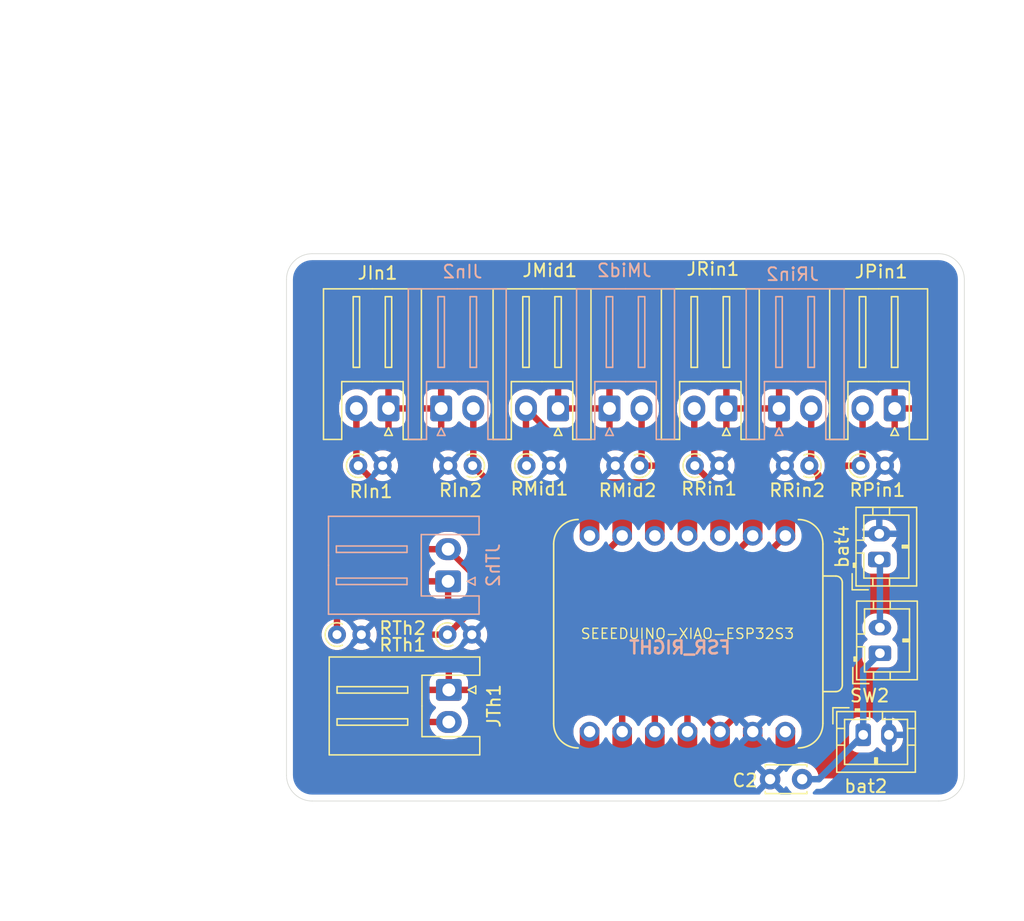
<source format=kicad_pcb>
(kicad_pcb (version 20241229) (generator "pcbnew") (generator_version "9.0")
  (layers (0 "F.Cu" signal) (2 "B.Cu" signal) (13 "F.Paste" user) (15 "B.Paste" user) (5 "F.SilkS" user "F.Silkscreen") (7 "B.SilkS" user "B.Silkscreen") (1 "F.Mask" user) (3 "B.Mask" user) (25 "Edge.Cuts" user))
  (net 0 "")
  (net 1 "+3.3V")
  (net 2 "GND")
  (net 5 "Net-(SW2A-A)")
  (net 6 "Net-(SW2A-B)")
  (net 7 "/In1")
  (net 8 "/In2")
  (net 9 "/Mid1")
  (net 10 "/Mid2")
  (net 11 "/Pin")
  (net 12 "/Rin1")
  (net 13 "/Rin2")
  (net 14 "/Th1")
  (net 15 "/Th2")
  (footprint "Connector_JST:JST_XH_S2B-XH-A_1x02_P2.50mm_Horizontal" (layer "F.Cu") (at 157.85 73.145 180)
    (property "Reference" "JMid1" (at 0.65 10.745 0) (layer "F.SilkS"))
    (property "Value" "Conn_01x02_Pin")
    (fp_line (start 5.06 9.31) (end 5.06 -2.41) (stroke (width 0.12)) (layer "F.SilkS"))
    (fp_line (start 5.06 -2.41) (end 3.64 -2.41) (stroke (width 0.12)) (layer "F.SilkS"))
    (fp_line (start 3.64 2.09) (end 1.25 2.09) (stroke (width 0.12)) (layer "F.SilkS"))
    (fp_line (start 3.64 -2.41) (end 3.64 2.09) (stroke (width 0.12)) (layer "F.SilkS"))
    (fp_line (start 2.75 8.7) (end 2.75 3.2) (stroke (width 0.12)) (layer "F.SilkS"))
    (fp_line (start 2.75 3.2) (end 2.25 3.2) (stroke (width 0.12)) (layer "F.SilkS"))
    (fp_line (start 2.25 8.7) (end 2.75 8.7) (stroke (width 0.12)) (layer "F.SilkS"))
    (fp_line (start 2.25 3.2) (end 2.25 8.7) (stroke (width 0.12)) (layer "F.SilkS"))
    (fp_line (start 1.25 9.31) (end 5.06 9.31) (stroke (width 0.12)) (layer "F.SilkS"))
    (fp_line (start 1.25 9.31) (end -2.56 9.31) (stroke (width 0.12)) (layer "F.SilkS"))
    (fp_line (start 0.3 -2.1) (end 0 -1.5) (stroke (width 0.12)) (layer "F.SilkS"))
    (fp_line (start 0.25 8.7) (end 0.25 3.2) (stroke (width 0.12)) (layer "F.SilkS"))
    (fp_line (start 0.25 3.2) (end -0.25 3.2) (stroke (width 0.12)) (layer "F.SilkS"))
    (fp_line (start 0 -1.5) (end -0.3 -2.1) (stroke (width 0.12)) (layer "F.SilkS"))
    (fp_line (start -0.25 8.7) (end 0.25 8.7) (stroke (width 0.12)) (layer "F.SilkS"))
    (fp_line (start -0.25 3.2) (end -0.25 8.7) (stroke (width 0.12)) (layer "F.SilkS"))
    (fp_line (start -0.3 -2.1) (end 0.3 -2.1) (stroke (width 0.12)) (layer "F.SilkS"))
    (fp_line (start -1.14 2.09) (end 1.25 2.09) (stroke (width 0.12)) (layer "F.SilkS"))
    (fp_line (start -1.14 -2.41) (end -1.14 2.09) (stroke (width 0.12)) (layer "F.SilkS"))
    (fp_line (start -2.56 9.31) (end -2.56 -2.41) (stroke (width 0.12)) (layer "F.SilkS"))
    (fp_line (start -2.56 -2.41) (end -1.14 -2.41) (stroke (width 0.12)) (layer "F.SilkS"))
    (pad "1" thru_hole roundrect (at 0 0 180) (size 1.7 2) (drill 1) (layers "*.Cu" "*.Mask") (roundrect_rratio 0.147059) (net 1 "+3.3V"))
    (pad "2" thru_hole oval (at 2.5 0 180) (size 1.7 2) (drill 1) (layers "*.Cu" "*.Mask") (net 9 "/Mid1"))
  )
  (footprint "Connector_JST:JST_XH_S2B-XH-A_1x02_P2.50mm_Horizontal" (layer "F.Cu") (at 170.95 73.145 180)
    (property "Reference" "JRin1" (at 1.05 10.845 0) (layer "F.SilkS"))
    (property "Value" "Conn_01x02_Pin")
    (fp_line (start 5.06 9.31) (end 5.06 -2.41) (stroke (width 0.12)) (layer "F.SilkS"))
    (fp_line (start 5.06 -2.41) (end 3.64 -2.41) (stroke (width 0.12)) (layer "F.SilkS"))
    (fp_line (start 3.64 2.09) (end 1.25 2.09) (stroke (width 0.12)) (layer "F.SilkS"))
    (fp_line (start 3.64 -2.41) (end 3.64 2.09) (stroke (width 0.12)) (layer "F.SilkS"))
    (fp_line (start 2.75 8.7) (end 2.75 3.2) (stroke (width 0.12)) (layer "F.SilkS"))
    (fp_line (start 2.75 3.2) (end 2.25 3.2) (stroke (width 0.12)) (layer "F.SilkS"))
    (fp_line (start 2.25 8.7) (end 2.75 8.7) (stroke (width 0.12)) (layer "F.SilkS"))
    (fp_line (start 2.25 3.2) (end 2.25 8.7) (stroke (width 0.12)) (layer "F.SilkS"))
    (fp_line (start 1.25 9.31) (end 5.06 9.31) (stroke (width 0.12)) (layer "F.SilkS"))
    (fp_line (start 1.25 9.31) (end -2.56 9.31) (stroke (width 0.12)) (layer "F.SilkS"))
    (fp_line (start 0.3 -2.1) (end 0 -1.5) (stroke (width 0.12)) (layer "F.SilkS"))
    (fp_line (start 0.25 8.7) (end 0.25 3.2) (stroke (width 0.12)) (layer "F.SilkS"))
    (fp_line (start 0.25 3.2) (end -0.25 3.2) (stroke (width 0.12)) (layer "F.SilkS"))
    (fp_line (start 0 -1.5) (end -0.3 -2.1) (stroke (width 0.12)) (layer "F.SilkS"))
    (fp_line (start -0.25 8.7) (end 0.25 8.7) (stroke (width 0.12)) (layer "F.SilkS"))
    (fp_line (start -0.25 3.2) (end -0.25 8.7) (stroke (width 0.12)) (layer "F.SilkS"))
    (fp_line (start -0.3 -2.1) (end 0.3 -2.1) (stroke (width 0.12)) (layer "F.SilkS"))
    (fp_line (start -1.14 2.09) (end 1.25 2.09) (stroke (width 0.12)) (layer "F.SilkS"))
    (fp_line (start -1.14 -2.41) (end -1.14 2.09) (stroke (width 0.12)) (layer "F.SilkS"))
    (fp_line (start -2.56 9.31) (end -2.56 -2.41) (stroke (width 0.12)) (layer "F.SilkS"))
    (fp_line (start -2.56 -2.41) (end -1.14 -2.41) (stroke (width 0.12)) (layer "F.SilkS"))
    (pad "1" thru_hole roundrect (at 0 0 180) (size 1.7 2) (drill 1) (layers "*.Cu" "*.Mask") (roundrect_rratio 0.147059) (net 1 "+3.3V"))
    (pad "2" thru_hole oval (at 2.5 0 180) (size 1.7 2) (drill 1) (layers "*.Cu" "*.Mask") (net 12 "/Rin1"))
  )
  (footprint "Resistor_THT:R_Axial_DIN0204_L3.6mm_D1.6mm_P1.90mm_Vertical" (layer "F.Cu") (at 164.205 77.6 180)
    (property "Reference" "RMid2" (at 0.95 -1.92 0) (layer "F.SilkS"))
    (property "Value" "100R")
    (fp_arc (start 0.417133 0.82) (mid -0.92 0) (end 0.417133 -0.82) (stroke (width 0.12)) (layer "F.SilkS"))
    (pad "1" thru_hole circle (at 0 0 180) (size 1.4 1.4) (drill 0.7) (layers "*.Cu" "*.Mask") (net 10 "/Mid2"))
    (pad "2" thru_hole circle (at 1.9 0 180) (size 1.4 1.4) (drill 0.7) (layers "*.Cu" "*.Mask") (net 2 "GND"))
  )
  (footprint "xiao ESP32S3_PCB:MOUDLE14P-DIP-2.54-21X17.8MM" (layer "F.Cu") (at 167.92 90.68 -90)
    (property "Reference" "U1" (hide yes))
    (property "Value" "SEEEDUINO-XIAO-ESP32S3" (at 0 0 0) (layer "F.SilkS") (effects (font (size 0.8 0.8) (thickness 0.1016))))
    (fp_line (start -6.985 10.414) (end 6.985 10.414) (stroke (width 0.127)) (layer "F.SilkS"))
    (fp_line (start -4.495 -10.541) (end -4.491272 -11.551272) (stroke (width 0.127)) (layer "F.SilkS"))
    (fp_line (start 6.985 -10.541) (end -6.985 -10.541) (stroke (width 0.1)) (layer "F.SilkS"))
    (fp_line (start 6.985 -10.541) (end -6.985 -10.541) (stroke (width 0.127)) (layer "F.SilkS"))
    (fp_line (start 4.504 -11.551) (end 4.504 -10.541) (stroke (width 0.127)) (layer "F.SilkS"))
    (fp_line (start -3.991272 -12.051) (end 4.004 -12.051) (stroke (width 0.127)) (layer "F.SilkS"))
    (fp_arc (start -6.985 10.414) (mid -8.332038 9.856038) (end -8.89 8.509) (stroke (width 0.127)) (layer "F.SilkS"))
    (fp_arc (start 8.89 8.509) (mid 8.332038 9.856038) (end 6.985 10.414) (stroke (width 0.127)) (layer "F.SilkS"))
    (fp_arc (start -8.89 -8.636) (mid -8.332038 -9.983038) (end -6.985 -10.541) (stroke (width 0.127)) (layer "F.SilkS"))
    (fp_arc (start 6.985 -10.541) (mid 8.332038 -9.983038) (end 8.89 -8.636) (stroke (width 0.127)) (layer "F.SilkS"))
    (fp_arc (start -4.491272 -11.551272) (mid -4.344724 -11.904644) (end -3.991272 -12.051) (stroke (width 0.127)) (layer "F.SilkS"))
    (fp_arc (start 4.004 -12.051) (mid 4.357553 -11.904553) (end 4.504 -11.551) (stroke (width 0.127)) (layer "F.SilkS"))
    (pad "1" smd roundrect (at -8.455 -7.62 90) (size 2.432 1.524) (layers "F.Cu" "F.Mask") (roundrect_rratio 0.1) (net 14 "/Th1"))
    (pad "1" thru_hole circle (at -7.62 -7.62 90) (size 1.524 1.524) (drill 0.889) (layers "*.Cu" "*.Mask") (net 14 "/Th1"))
    (pad "2" smd roundrect (at -8.455 -5.08 90) (size 2.432 1.524) (layers "F.Cu" "F.Mask") (roundrect_rratio 0.1) (net 15 "/Th2"))
    (pad "2" thru_hole circle (at -7.62 -5.08 90) (size 1.524 1.524) (drill 0.889) (layers "*.Cu" "*.Mask") (net 15 "/Th2"))
    (pad "3" smd roundrect (at -8.455 -2.54 90) (size 2.432 1.524) (layers "F.Cu" "F.Mask") (roundrect_rratio 0.1) (net 10 "/Mid2"))
    (pad "3" thru_hole circle (at -7.62 -2.54 90) (size 1.524 1.524) (drill 0.889) (layers "*.Cu" "*.Mask") (net 10 "/Mid2"))
    (pad "4" smd roundrect (at -8.455 0 90) (size 2.432 1.524) (layers "F.Cu" "F.Mask") (roundrect_rratio 0.1) (net 9 "/Mid1"))
    (pad "4" thru_hole circle (at -7.62 0 90) (size 1.524 1.524) (drill 0.889) (layers "*.Cu" "*.Mask") (net 9 "/Mid1"))
    (pad "5" smd roundrect (at -8.455 2.54 90) (size 2.432 1.524) (layers "F.Cu" "F.Mask") (roundrect_rratio 0.1) (net 8 "/In2"))
    (pad "5" thru_hole circle (at -7.62 2.54 90) (size 1.524 1.524) (drill 0.889) (layers "*.Cu" "*.Mask") (net 8 "/In2"))
    (pad "6" smd roundrect (at -8.455 5.08 90) (size 2.432 1.524) (layers "F.Cu" "F.Mask") (roundrect_rratio 0.1) (net 7 "/In1"))
    (pad "6" thru_hole circle (at -7.62 5.08 90) (size 1.524 1.524) (drill 0.889) (layers "*.Cu" "*.Mask") (net 7 "/In1"))
    (pad "7" smd roundrect (at -8.455 7.62 90) (size 2.432 1.524) (layers "F.Cu" "F.Mask") (roundrect_rratio 0.1))
    (pad "7" thru_hole circle (at -7.62 7.62 90) (size 1.524 1.524) (drill 0.889) (layers "*.Cu" "*.Mask"))
    (pad "8" thru_hole circle (at 7.62 7.62 270) (size 1.524 1.524) (drill 0.889) (layers "*.Cu" "*.Mask"))
    (pad "8" smd roundrect (at 8.455 7.62 270) (size 2.432 1.524) (layers "F.Cu" "F.Mask") (roundrect_rratio 0.1))
    (pad "9" thru_hole circle (at 7.62 5.08 270) (size 1.524 1.524) (drill 0.889) (layers "*.Cu" "*.Mask") (net 12 "/Rin1"))
    (pad "9" smd roundrect (at 8.455 5.08 270) (size 2.432 1.524) (layers "F.Cu" "F.Mask") (roundrect_rratio 0.1) (net 12 "/Rin1"))
    (pad "10" thru_hole circle (at 7.62 2.54 270) (size 1.524 1.524) (drill 0.889) (layers "*.Cu" "*.Mask") (net 13 "/Rin2"))
    (pad "10" smd roundrect (at 8.455 2.54 270) (size 2.432 1.524) (layers "F.Cu" "F.Mask") (roundrect_rratio 0.1) (net 13 "/Rin2"))
    (pad "11" thru_hole circle (at 7.62 0 270) (size 1.524 1.524) (drill 0.889) (layers "*.Cu" "*.Mask") (net 11 "/Pin"))
    (pad "11" smd roundrect (at 8.455 0 270) (size 2.432 1.524) (layers "F.Cu" "F.Mask") (roundrect_rratio 0.1) (net 11 "/Pin"))
    (pad "12" thru_hole circle (at 7.62 -2.54 270) (size 1.524 1.524) (drill 0.889) (layers "*.Cu" "*.Mask") (net 1 "+3.3V"))
    (pad "12" smd roundrect (at 8.455 -2.54 270) (size 2.432 1.524) (layers "F.Cu" "F.Mask") (roundrect_rratio 0.1) (net 1 "+3.3V"))
    (pad "13" thru_hole circle (at 7.62 -5.08 270) (size 1.524 1.524) (drill 0.889) (layers "*.Cu" "*.Mask") (net 2 "GND"))
    (pad "13" smd roundrect (at 8.455 -5.08 270) (size 2.432 1.524) (layers "F.Cu" "F.Mask") (roundrect_rratio 0.1) (net 2 "GND"))
    (pad "14" thru_hole circle (at 7.62 -7.62 270) (size 1.524 1.524) (drill 0.889) (layers "*.Cu" "*.Mask"))
    (pad "14" smd roundrect (at 8.455 -7.62 270) (size 2.432 1.524) (layers "F.Cu" "F.Mask") (roundrect_rratio 0.1))
  )
  (footprint "Resistor_THT:R_Axial_DIN0204_L3.6mm_D1.6mm_P1.90mm_Vertical" (layer "F.Cu") (at 177.405 77.6 180)
    (property "Reference" "RRin2" (at 0.95 -1.92 0) (layer "F.SilkS"))
    (property "Value" "100R")
    (fp_arc (start 0.417133 0.82) (mid -0.92 0) (end 0.417133 -0.82) (stroke (width 0.12)) (layer "F.SilkS"))
    (pad "1" thru_hole circle (at 0 0 180) (size 1.4 1.4) (drill 0.7) (layers "*.Cu" "*.Mask") (net 13 "/Rin2"))
    (pad "2" thru_hole circle (at 1.9 0 180) (size 1.4 1.4) (drill 0.7) (layers "*.Cu" "*.Mask") (net 2 "GND"))
  )
  (footprint "Connector_JST:JST_PH_B2B-PH-K_1x02_P2.00mm_Vertical" (layer "F.Cu") (at 182.9 92.2 90)
    (property "Reference" "SW2" (at -3.3 -0.8 0) (layer "F.SilkS"))
    (property "Value" "SW_DPST_x2")
    (fp_line (start -1.11 -2.11) (end -2.36 -2.11) (stroke (width 0.12)) (layer "F.SilkS"))
    (fp_line (start -2.36 -2.11) (end -2.36 -0.86) (stroke (width 0.12)) (layer "F.SilkS"))
    (fp_line (start -0.3 -2.01) (end -0.6 -2.01) (stroke (width 0.12)) (layer "F.SilkS"))
    (fp_line (start -0.6 -2.01) (end -0.6 -1.81) (stroke (width 0.12)) (layer "F.SilkS"))
    (fp_line (start -0.3 -1.91) (end -0.6 -1.91) (stroke (width 0.12)) (layer "F.SilkS"))
    (fp_line (start 4.06 -1.81) (end -2.06 -1.81) (stroke (width 0.12)) (layer "F.SilkS"))
    (fp_line (start 0.5 -1.81) (end 0.5 -1.2) (stroke (width 0.12)) (layer "F.SilkS"))
    (fp_line (start -0.3 -1.81) (end -0.3 -2.01) (stroke (width 0.12)) (layer "F.SilkS"))
    (fp_line (start -2.06 -1.81) (end -2.06 2.91) (stroke (width 0.12)) (layer "F.SilkS"))
    (fp_line (start 3.45 -1.2) (end 1.5 -1.2) (stroke (width 0.12)) (layer "F.SilkS"))
    (fp_line (start 1.5 -1.2) (end 1.5 -1.81) (stroke (width 0.12)) (layer "F.SilkS"))
    (fp_line (start 0.5 -1.2) (end -1.45 -1.2) (stroke (width 0.12)) (layer "F.SilkS"))
    (fp_line (start -1.45 -1.2) (end -1.45 2.3) (stroke (width 0.12)) (layer "F.SilkS"))
    (fp_line (start 4.06 -0.5) (end 3.45 -0.5) (stroke (width 0.12)) (layer "F.SilkS"))
    (fp_line (start -2.06 -0.5) (end -1.45 -0.5) (stroke (width 0.12)) (layer "F.SilkS"))
    (fp_line (start 4.06 0.8) (end 3.45 0.8) (stroke (width 0.12)) (layer "F.SilkS"))
    (fp_line (start -2.06 0.8) (end -1.45 0.8) (stroke (width 0.12)) (layer "F.SilkS"))
    (fp_line (start 1.1 1.8) (end 1.1 2.3) (stroke (width 0.12)) (layer "F.SilkS"))
    (fp_line (start 0.9 1.8) (end 1.1 1.8) (stroke (width 0.12)) (layer "F.SilkS"))
    (fp_line (start 3.45 2.3) (end 3.45 -1.2) (stroke (width 0.12)) (layer "F.SilkS"))
    (fp_line (start 1 2.3) (end 1 1.8) (stroke (width 0.12)) (layer "F.SilkS"))
    (fp_line (start 0.9 2.3) (end 0.9 1.8) (stroke (width 0.12)) (layer "F.SilkS"))
    (fp_line (start -1.45 2.3) (end 3.45 2.3) (stroke (width 0.12)) (layer "F.SilkS"))
    (fp_line (start 4.06 2.91) (end 4.06 -1.81) (stroke (width 0.12)) (layer "F.SilkS"))
    (fp_line (start -2.06 2.91) (end 4.06 2.91) (stroke (width 0.12)) (layer "F.SilkS"))
    (pad "1" thru_hole roundrect (at 0 0 90) (size 1.2 1.75) (drill 0.75) (layers "*.Cu" "*.Mask") (roundrect_rratio 0.208333) (net 5 "Net-(SW2A-A)"))
    (pad "2" thru_hole oval (at 2 0 90) (size 1.2 1.75) (drill 0.75) (layers "*.Cu" "*.Mask") (net 6 "Net-(SW2A-B)"))
  )
  (footprint "Resistor_THT:R_Axial_DIN0204_L3.6mm_D1.6mm_P1.90mm_Vertical" (layer "F.Cu") (at 155.395 77.6)
    (property "Reference" "RMid1" (at 1.005 1.8 0) (layer "F.SilkS"))
    (property "Value" "100R")
    (fp_arc (start 0.417133 0.82) (mid -0.92 0) (end 0.417133 -0.82) (stroke (width 0.12)) (layer "F.SilkS"))
    (pad "1" thru_hole circle (at 0 0) (size 1.4 1.4) (drill 0.7) (layers "*.Cu" "*.Mask") (net 9 "/Mid1"))
    (pad "2" thru_hole circle (at 1.9 0) (size 1.4 1.4) (drill 0.7) (layers "*.Cu" "*.Mask") (net 2 "GND"))
  )
  (footprint "Connector_JST:JST_PH_B2B-PH-K_1x02_P2.00mm_Vertical" (layer "F.Cu") (at 181.6 98.55)
    (property "Reference" "bat2" (at 0.2 4 0) (layer "F.SilkS"))
    (property "Value" "~")
    (fp_line (start -2.36 -2.11) (end -2.36 -0.86) (stroke (width 0.12)) (layer "F.SilkS"))
    (fp_line (start -2.06 -1.81) (end -2.06 2.91) (stroke (width 0.12)) (layer "F.SilkS"))
    (fp_line (start -2.06 -0.5) (end -1.45 -0.5) (stroke (width 0.12)) (layer "F.SilkS"))
    (fp_line (start -2.06 0.8) (end -1.45 0.8) (stroke (width 0.12)) (layer "F.SilkS"))
    (fp_line (start -2.06 2.91) (end 4.06 2.91) (stroke (width 0.12)) (layer "F.SilkS"))
    (fp_line (start -1.45 -1.2) (end -1.45 2.3) (stroke (width 0.12)) (layer "F.SilkS"))
    (fp_line (start -1.45 2.3) (end 3.45 2.3) (stroke (width 0.12)) (layer "F.SilkS"))
    (fp_line (start -1.11 -2.11) (end -2.36 -2.11) (stroke (width 0.12)) (layer "F.SilkS"))
    (fp_line (start -0.6 -2.01) (end -0.6 -1.81) (stroke (width 0.12)) (layer "F.SilkS"))
    (fp_line (start -0.3 -2.01) (end -0.6 -2.01) (stroke (width 0.12)) (layer "F.SilkS"))
    (fp_line (start -0.3 -1.91) (end -0.6 -1.91) (stroke (width 0.12)) (layer "F.SilkS"))
    (fp_line (start -0.3 -1.81) (end -0.3 -2.01) (stroke (width 0.12)) (layer "F.SilkS"))
    (fp_line (start 0.5 -1.81) (end 0.5 -1.2) (stroke (width 0.12)) (layer "F.SilkS"))
    (fp_line (start 0.5 -1.2) (end -1.45 -1.2) (stroke (width 0.12)) (layer "F.SilkS"))
    (fp_line (start 0.9 1.8) (end 1.1 1.8) (stroke (width 0.12)) (layer "F.SilkS"))
    (fp_line (start 0.9 2.3) (end 0.9 1.8) (stroke (width 0.12)) (layer "F.SilkS"))
    (fp_line (start 1 2.3) (end 1 1.8) (stroke (width 0.12)) (layer "F.SilkS"))
    (fp_line (start 1.1 1.8) (end 1.1 2.3) (stroke (width 0.12)) (layer "F.SilkS"))
    (fp_line (start 1.5 -1.2) (end 1.5 -1.81) (stroke (width 0.12)) (layer "F.SilkS"))
    (fp_line (start 3.45 -1.2) (end 1.5 -1.2) (stroke (width 0.12)) (layer "F.SilkS"))
    (fp_line (start 3.45 2.3) (end 3.45 -1.2) (stroke (width 0.12)) (layer "F.SilkS"))
    (fp_line (start 4.06 -1.81) (end -2.06 -1.81) (stroke (width 0.12)) (layer "F.SilkS"))
    (fp_line (start 4.06 -0.5) (end 3.45 -0.5) (stroke (width 0.12)) (layer "F.SilkS"))
    (fp_line (start 4.06 0.8) (end 3.45 0.8) (stroke (width 0.12)) (layer "F.SilkS"))
    (fp_line (start 4.06 2.91) (end 4.06 -1.81) (stroke (width 0.12)) (layer "F.SilkS"))
    (pad "1" thru_hole roundrect (at 0 0) (size 1.2 1.75) (drill 0.75) (layers "*.Cu" "*.Mask") (roundrect_rratio 0.208333) (net 5 "Net-(SW2A-A)"))
    (pad "2" thru_hole oval (at 2 0) (size 1.2 1.75) (drill 0.75) (layers "*.Cu" "*.Mask") (net 2 "GND"))
  )
  (footprint "Connector_JST:JST_XH_S2B-XH-A_1x02_P2.50mm_Horizontal" (layer "F.Cu") (at 149.345 95.05 -90)
    (property "Reference" "JTh1" (at 1.25 -3.51 90) (layer "F.SilkS"))
    (property "Value" "Conn_01x02_Pin")
    (fp_line (start -2.56 9.31) (end -2.56 -2.41) (stroke (width 0.12)) (layer "F.SilkS"))
    (fp_line (start 1.25 9.31) (end -2.56 9.31) (stroke (width 0.12)) (layer "F.SilkS"))
    (fp_line (start 1.25 9.31) (end 5.06 9.31) (stroke (width 0.12)) (layer "F.SilkS"))
    (fp_line (start 5.06 9.31) (end 5.06 -2.41) (stroke (width 0.12)) (layer "F.SilkS"))
    (fp_line (start -0.25 8.7) (end 0.25 8.7) (stroke (width 0.12)) (layer "F.SilkS"))
    (fp_line (start 0.25 8.7) (end 0.25 3.2) (stroke (width 0.12)) (layer "F.SilkS"))
    (fp_line (start 2.25 8.7) (end 2.75 8.7) (stroke (width 0.12)) (layer "F.SilkS"))
    (fp_line (start 2.75 8.7) (end 2.75 3.2) (stroke (width 0.12)) (layer "F.SilkS"))
    (fp_line (start -0.25 3.2) (end -0.25 8.7) (stroke (width 0.12)) (layer "F.SilkS"))
    (fp_line (start 0.25 3.2) (end -0.25 3.2) (stroke (width 0.12)) (layer "F.SilkS"))
    (fp_line (start 2.25 3.2) (end 2.25 8.7) (stroke (width 0.12)) (layer "F.SilkS"))
    (fp_line (start 2.75 3.2) (end 2.25 3.2) (stroke (width 0.12)) (layer "F.SilkS"))
    (fp_line (start -1.14 2.09) (end 1.25 2.09) (stroke (width 0.12)) (layer "F.SilkS"))
    (fp_line (start 3.64 2.09) (end 1.25 2.09) (stroke (width 0.12)) (layer "F.SilkS"))
    (fp_line (start 0 -1.5) (end -0.3 -2.1) (stroke (width 0.12)) (layer "F.SilkS"))
    (fp_line (start -0.3 -2.1) (end 0.3 -2.1) (stroke (width 0.12)) (layer "F.SilkS"))
    (fp_line (start 0.3 -2.1) (end 0 -1.5) (stroke (width 0.12)) (layer "F.SilkS"))
    (fp_line (start -2.56 -2.41) (end -1.14 -2.41) (stroke (width 0.12)) (layer "F.SilkS"))
    (fp_line (start -1.14 -2.41) (end -1.14 2.09) (stroke (width 0.12)) (layer "F.SilkS"))
    (fp_line (start 3.64 -2.41) (end 3.64 2.09) (stroke (width 0.12)) (layer "F.SilkS"))
    (fp_line (start 5.06 -2.41) (end 3.64 -2.41) (stroke (width 0.12)) (layer "F.SilkS"))
    (pad "1" thru_hole roundrect (at 0 0 270) (size 1.7 2) (drill 1) (layers "*.Cu" "*.Mask") (roundrect_rratio 0.147059) (net 1 "+3.3V"))
    (pad "2" thru_hole oval (at 2.5 0 270) (size 1.7 2) (drill 1) (layers "*.Cu" "*.Mask") (net 14 "/Th1"))
  )
  (footprint "Capacitor_THT:C_Disc_D3.0mm_W2.0mm_P2.50mm" (layer "F.Cu") (at 176.85 102 180)
    (property "Reference" "C2" (at 4.45 -0.1 0) (layer "F.SilkS"))
    (property "Value" "100nC")
    (fp_line (start 2.87 0.972) (end 2.87 1.12) (stroke (width 0.12)) (layer "F.SilkS"))
    (fp_line (start 2.87 -1.12) (end 2.87 -0.972) (stroke (width 0.12)) (layer "F.SilkS"))
    (fp_line (start -0.37 1.12) (end 2.87 1.12) (stroke (width 0.12)) (layer "F.SilkS"))
    (fp_line (start -0.37 0.972) (end -0.37 1.12) (stroke (width 0.12)) (layer "F.SilkS"))
    (fp_line (start -0.37 -1.12) (end 2.87 -1.12) (stroke (width 0.12)) (layer "F.SilkS"))
    (fp_line (start -0.37 -1.12) (end -0.37 -0.972) (stroke (width 0.12)) (layer "F.SilkS"))
    (pad "1" thru_hole circle (at 0 0 180) (size 1.6 1.6) (drill 0.8) (layers "*.Cu" "*.Mask") (net 5 "Net-(SW2A-A)"))
    (pad "2" thru_hole circle (at 2.5 0 180) (size 1.6 1.6) (drill 0.8) (layers "*.Cu" "*.Mask") (net 2 "GND"))
  )
  (footprint "Connector_JST:JST_PH_B2B-PH-K_1x02_P2.00mm_Vertical" (layer "F.Cu") (at 182.85 84.9 90)
    (property "Reference" "bat4" (at 1 -2.9 90) (layer "F.SilkS"))
    (property "Value" "~")
    (fp_line (start -1.11 -2.11) (end -2.36 -2.11) (stroke (width 0.12)) (layer "F.SilkS"))
    (fp_line (start -2.36 -2.11) (end -2.36 -0.86) (stroke (width 0.12)) (layer "F.SilkS"))
    (fp_line (start -0.3 -2.01) (end -0.6 -2.01) (stroke (width 0.12)) (layer "F.SilkS"))
    (fp_line (start -0.6 -2.01) (end -0.6 -1.81) (stroke (width 0.12)) (layer "F.SilkS"))
    (fp_line (start -0.3 -1.91) (end -0.6 -1.91) (stroke (width 0.12)) (layer "F.SilkS"))
    (fp_line (start 4.06 -1.81) (end -2.06 -1.81) (stroke (width 0.12)) (layer "F.SilkS"))
    (fp_line (start 0.5 -1.81) (end 0.5 -1.2) (stroke (width 0.12)) (layer "F.SilkS"))
    (fp_line (start -0.3 -1.81) (end -0.3 -2.01) (stroke (width 0.12)) (layer "F.SilkS"))
    (fp_line (start -2.06 -1.81) (end -2.06 2.91) (stroke (width 0.12)) (layer "F.SilkS"))
    (fp_line (start 3.45 -1.2) (end 1.5 -1.2) (stroke (width 0.12)) (layer "F.SilkS"))
    (fp_line (start 1.5 -1.2) (end 1.5 -1.81) (stroke (width 0.12)) (layer "F.SilkS"))
    (fp_line (start 0.5 -1.2) (end -1.45 -1.2) (stroke (width 0.12)) (layer "F.SilkS"))
    (fp_line (start -1.45 -1.2) (end -1.45 2.3) (stroke (width 0.12)) (layer "F.SilkS"))
    (fp_line (start 4.06 -0.5) (end 3.45 -0.5) (stroke (width 0.12)) (layer "F.SilkS"))
    (fp_line (start -2.06 -0.5) (end -1.45 -0.5) (stroke (width 0.12)) (layer "F.SilkS"))
    (fp_line (start 4.06 0.8) (end 3.45 0.8) (stroke (width 0.12)) (layer "F.SilkS"))
    (fp_line (start -2.06 0.8) (end -1.45 0.8) (stroke (width 0.12)) (layer "F.SilkS"))
    (fp_line (start 1.1 1.8) (end 1.1 2.3) (stroke (width 0.12)) (layer "F.SilkS"))
    (fp_line (start 0.9 1.8) (end 1.1 1.8) (stroke (width 0.12)) (layer "F.SilkS"))
    (fp_line (start 3.45 2.3) (end 3.45 -1.2) (stroke (width 0.12)) (layer "F.SilkS"))
    (fp_line (start 1 2.3) (end 1 1.8) (stroke (width 0.12)) (layer "F.SilkS"))
    (fp_line (start 0.9 2.3) (end 0.9 1.8) (stroke (width 0.12)) (layer "F.SilkS"))
    (fp_line (start -1.45 2.3) (end 3.45 2.3) (stroke (width 0.12)) (layer "F.SilkS"))
    (fp_line (start 4.06 2.91) (end 4.06 -1.81) (stroke (width 0.12)) (layer "F.SilkS"))
    (fp_line (start -2.06 2.91) (end 4.06 2.91) (stroke (width 0.12)) (layer "F.SilkS"))
    (pad "1" thru_hole roundrect (at 0 0 90) (size 1.2 1.75) (drill 0.75) (layers "*.Cu" "*.Mask") (roundrect_rratio 0.208333) (net 6 "Net-(SW2A-B)"))
    (pad "2" thru_hole oval (at 2 0 90) (size 1.2 1.75) (drill 0.75) (layers "*.Cu" "*.Mask") (net 2 "GND"))
  )
  (footprint "Resistor_THT:R_Axial_DIN0204_L3.6mm_D1.6mm_P1.90mm_Vertical" (layer "F.Cu") (at 168.495 77.6)
    (property "Reference" "RRin1" (at 1.105 1.8 0) (layer "F.SilkS"))
    (property "Value" "100R")
    (fp_arc (start 0.417133 0.82) (mid -0.92 0) (end 0.417133 -0.82) (stroke (width 0.12)) (layer "F.SilkS"))
    (pad "1" thru_hole circle (at 0 0) (size 1.4 1.4) (drill 0.7) (layers "*.Cu" "*.Mask") (net 12 "/Rin1"))
    (pad "2" thru_hole circle (at 1.9 0) (size 1.4 1.4) (drill 0.7) (layers "*.Cu" "*.Mask") (net 2 "GND"))
  )
  (footprint "Resistor_THT:R_Axial_DIN0204_L3.6mm_D1.6mm_P1.90mm_Vertical" (layer "F.Cu") (at 181.395 77.6)
    (property "Reference" "RPin1" (at 1.305 1.9 0) (layer "F.SilkS"))
    (property "Value" "100R")
    (fp_arc (start 0.417133 0.82) (mid -0.92 0) (end 0.417133 -0.82) (stroke (width 0.12)) (layer "F.SilkS"))
    (pad "1" thru_hole circle (at 0 0) (size 1.4 1.4) (drill 0.7) (layers "*.Cu" "*.Mask") (net 11 "/Pin"))
    (pad "2" thru_hole circle (at 1.9 0) (size 1.4 1.4) (drill 0.7) (layers "*.Cu" "*.Mask") (net 2 "GND"))
  )
  (footprint "Connector_JST:JST_XH_S2B-XH-A_1x02_P2.50mm_Horizontal" (layer "F.Cu") (at 144.65 73.145 180)
    (property "Reference" "JIn1" (at 0.85 10.545 0) (layer "F.SilkS"))
    (property "Value" "Conn_01x02_Pin")
    (fp_line (start 5.06 9.31) (end 5.06 -2.41) (stroke (width 0.12)) (layer "F.SilkS"))
    (fp_line (start 5.06 -2.41) (end 3.64 -2.41) (stroke (width 0.12)) (layer "F.SilkS"))
    (fp_line (start 3.64 2.09) (end 1.25 2.09) (stroke (width 0.12)) (layer "F.SilkS"))
    (fp_line (start 3.64 -2.41) (end 3.64 2.09) (stroke (width 0.12)) (layer "F.SilkS"))
    (fp_line (start 2.75 8.7) (end 2.75 3.2) (stroke (width 0.12)) (layer "F.SilkS"))
    (fp_line (start 2.75 3.2) (end 2.25 3.2) (stroke (width 0.12)) (layer "F.SilkS"))
    (fp_line (start 2.25 8.7) (end 2.75 8.7) (stroke (width 0.12)) (layer "F.SilkS"))
    (fp_line (start 2.25 3.2) (end 2.25 8.7) (stroke (width 0.12)) (layer "F.SilkS"))
    (fp_line (start 1.25 9.31) (end 5.06 9.31) (stroke (width 0.12)) (layer "F.SilkS"))
    (fp_line (start 1.25 9.31) (end -2.56 9.31) (stroke (width 0.12)) (layer "F.SilkS"))
    (fp_line (start 0.3 -2.1) (end 0 -1.5) (stroke (width 0.12)) (layer "F.SilkS"))
    (fp_line (start 0.25 8.7) (end 0.25 3.2) (stroke (width 0.12)) (layer "F.SilkS"))
    (fp_line (start 0.25 3.2) (end -0.25 3.2) (stroke (width 0.12)) (layer "F.SilkS"))
    (fp_line (start 0 -1.5) (end -0.3 -2.1) (stroke (width 0.12)) (layer "F.SilkS"))
    (fp_line (start -0.25 8.7) (end 0.25 8.7) (stroke (width 0.12)) (layer "F.SilkS"))
    (fp_line (start -0.25 3.2) (end -0.25 8.7) (stroke (width 0.12)) (layer "F.SilkS"))
    (fp_line (start -0.3 -2.1) (end 0.3 -2.1) (stroke (width 0.12)) (layer "F.SilkS"))
    (fp_line (start -1.14 2.09) (end 1.25 2.09) (stroke (width 0.12)) (layer "F.SilkS"))
    (fp_line (start -1.14 -2.41) (end -1.14 2.09) (stroke (width 0.12)) (layer "F.SilkS"))
    (fp_line (start -2.56 9.31) (end -2.56 -2.41) (stroke (width 0.12)) (layer "F.SilkS"))
    (fp_line (start -2.56 -2.41) (end -1.14 -2.41) (stroke (width 0.12)) (layer "F.SilkS"))
    (pad "1" thru_hole roundrect (at 0 0 180) (size 1.7 2) (drill 1) (layers "*.Cu" "*.Mask") (roundrect_rratio 0.147059) (net 1 "+3.3V"))
    (pad "2" thru_hole oval (at 2.5 0 180) (size 1.7 2) (drill 1) (layers "*.Cu" "*.Mask") (net 7 "/In1"))
  )
  (footprint "Resistor_THT:R_Axial_DIN0204_L3.6mm_D1.6mm_P1.90mm_Vertical" (layer "F.Cu") (at 149.24 90.75)
    (property "Reference" "RTh1" (at -3.495 0.8 0) (layer "F.SilkS"))
    (property "Value" "100R")
    (fp_arc (start 0.417133 0.82) (mid -0.92 0) (end 0.417133 -0.82) (stroke (width 0.12)) (layer "F.SilkS"))
    (pad "1" thru_hole circle (at 0 0) (size 1.4 1.4) (drill 0.7) (layers "*.Cu" "*.Mask") (net 14 "/Th1"))
    (pad "2" thru_hole circle (at 1.9 0) (size 1.4 1.4) (drill 0.7) (layers "*.Cu" "*.Mask") (net 2 "GND"))
  )
  (footprint "Resistor_THT:R_Axial_DIN0204_L3.6mm_D1.6mm_P1.90mm_Vertical" (layer "F.Cu") (at 140.64 90.75)
    (property "Reference" "RTh2" (at 5.105 -0.5 0) (layer "F.SilkS"))
    (property "Value" "100R")
    (fp_arc (start 0.417133 0.82) (mid -0.92 0) (end 0.417133 -0.82) (stroke (width 0.12)) (layer "F.SilkS"))
    (pad "1" thru_hole circle (at 0 0) (size 1.4 1.4) (drill 0.7) (layers "*.Cu" "*.Mask") (net 15 "/Th2"))
    (pad "2" thru_hole circle (at 1.9 0) (size 1.4 1.4) (drill 0.7) (layers "*.Cu" "*.Mask") (net 2 "GND"))
  )
  (footprint "Resistor_THT:R_Axial_DIN0204_L3.6mm_D1.6mm_P1.90mm_Vertical" (layer "F.Cu") (at 151.2 77.6 180)
    (property "Reference" "RIn2" (at 0.95 -1.92 0) (layer "F.SilkS"))
    (property "Value" "100R")
    (fp_arc (start 0.417133 0.82) (mid -0.92 0) (end 0.417133 -0.82) (stroke (width 0.12)) (layer "F.SilkS"))
    (pad "1" thru_hole circle (at 0 0 180) (size 1.4 1.4) (drill 0.7) (layers "*.Cu" "*.Mask") (net 8 "/In2"))
    (pad "2" thru_hole circle (at 1.9 0 180) (size 1.4 1.4) (drill 0.7) (layers "*.Cu" "*.Mask") (net 2 "GND"))
  )
  (footprint "Resistor_THT:R_Axial_DIN0204_L3.6mm_D1.6mm_P1.90mm_Vertical" (layer "F.Cu") (at 142.295 77.6)
    (property "Reference" "RIn1" (at 1 2 0) (layer "F.SilkS"))
    (property "Value" "100R")
    (fp_arc (start 0.417133 0.82) (mid -0.92 0) (end 0.417133 -0.82) (stroke (width 0.12)) (layer "F.SilkS"))
    (pad "1" thru_hole circle (at 0 0) (size 1.4 1.4) (drill 0.7) (layers "*.Cu" "*.Mask") (net 7 "/In1"))
    (pad "2" thru_hole circle (at 1.9 0) (size 1.4 1.4) (drill 0.7) (layers "*.Cu" "*.Mask") (net 2 "GND"))
  )
  (footprint "Connector_JST:JST_XH_S2B-XH-A_1x02_P2.50mm_Horizontal" (layer "F.Cu") (at 184.05 73.145 180)
    (property "Reference" "JPin1" (at 1.05 10.645 0) (layer "F.SilkS"))
    (property "Value" "Conn_01x02_Pin")
    (fp_line (start 5.06 9.31) (end 5.06 -2.41) (stroke (width 0.12)) (layer "F.SilkS"))
    (fp_line (start 5.06 -2.41) (end 3.64 -2.41) (stroke (width 0.12)) (layer "F.SilkS"))
    (fp_line (start 3.64 2.09) (end 1.25 2.09) (stroke (width 0.12)) (layer "F.SilkS"))
    (fp_line (start 3.64 -2.41) (end 3.64 2.09) (stroke (width 0.12)) (layer "F.SilkS"))
    (fp_line (start 2.75 8.7) (end 2.75 3.2) (stroke (width 0.12)) (layer "F.SilkS"))
    (fp_line (start 2.75 3.2) (end 2.25 3.2) (stroke (width 0.12)) (layer "F.SilkS"))
    (fp_line (start 2.25 8.7) (end 2.75 8.7) (stroke (width 0.12)) (layer "F.SilkS"))
    (fp_line (start 2.25 3.2) (end 2.25 8.7) (stroke (width 0.12)) (layer "F.SilkS"))
    (fp_line (start 1.25 9.31) (end 5.06 9.31) (stroke (width 0.12)) (layer "F.SilkS"))
    (fp_line (start 1.25 9.31) (end -2.56 9.31) (stroke (width 0.12)) (layer "F.SilkS"))
    (fp_line (start 0.3 -2.1) (end 0 -1.5) (stroke (width 0.12)) (layer "F.SilkS"))
    (fp_line (start 0.25 8.7) (end 0.25 3.2) (stroke (width 0.12)) (layer "F.SilkS"))
    (fp_line (start 0.25 3.2) (end -0.25 3.2) (stroke (width 0.12)) (layer "F.SilkS"))
    (fp_line (start 0 -1.5) (end -0.3 -2.1) (stroke (width 0.12)) (layer "F.SilkS"))
    (fp_line (start -0.25 8.7) (end 0.25 8.7) (stroke (width 0.12)) (layer "F.SilkS"))
    (fp_line (start -0.25 3.2) (end -0.25 8.7) (stroke (width 0.12)) (layer "F.SilkS"))
    (fp_line (start -0.3 -2.1) (end 0.3 -2.1) (stroke (width 0.12)) (layer "F.SilkS"))
    (fp_line (start -1.14 2.09) (end 1.25 2.09) (stroke (width 0.12)) (layer "F.SilkS"))
    (fp_line (start -1.14 -2.41) (end -1.14 2.09) (stroke (width 0.12)) (layer "F.SilkS"))
    (fp_line (start -2.56 9.31) (end -2.56 -2.41) (stroke (width 0.12)) (layer "F.SilkS"))
    (fp_line (start -2.56 -2.41) (end -1.14 -2.41) (stroke (width 0.12)) (layer "F.SilkS"))
    (pad "1" thru_hole roundrect (at 0 0 180) (size 1.7 2) (drill 1) (layers "*.Cu" "*.Mask") (roundrect_rratio 0.147059) (net 1 "+3.3V"))
    (pad "2" thru_hole oval (at 2.5 0 180) (size 1.7 2) (drill 1) (layers "*.Cu" "*.Mask") (net 11 "/Pin"))
  )
  (footprint "Connector_JST:JST_XH_S2B-XH-A_1x02_P2.50mm_Horizontal" (layer "B.Cu") (at 148.75 73.145)
    (property "Reference" "JIn2" (at 1.65 -10.645 0) (layer "B.SilkS") (effects (justify mirror)))
    (property "Value" "Conn_01x02_Pin")
    (fp_line (start -2.56 -9.31) (end -2.56 2.41) (stroke (width 0.12)) (layer "B.SilkS"))
    (fp_line (start -2.56 2.41) (end -1.14 2.41) (stroke (width 0.12)) (layer "B.SilkS"))
    (fp_line (start -1.14 -2.09) (end 1.25 -2.09) (stroke (width 0.12)) (layer "B.SilkS"))
    (fp_line (start -1.14 2.41) (end -1.14 -2.09) (stroke (width 0.12)) (layer "B.SilkS"))
    (fp_line (start -0.3 2.1) (end 0.3 2.1) (stroke (width 0.12)) (layer "B.SilkS"))
    (fp_line (start -0.25 -8.7) (end 0.25 -8.7) (stroke (width 0.12)) (layer "B.SilkS"))
    (fp_line (start -0.25 -3.2) (end -0.25 -8.7) (stroke (width 0.12)) (layer "B.SilkS"))
    (fp_line (start 0 1.5) (end -0.3 2.1) (stroke (width 0.12)) (layer "B.SilkS"))
    (fp_line (start 0.25 -8.7) (end 0.25 -3.2) (stroke (width 0.12)) (layer "B.SilkS"))
    (fp_line (start 0.25 -3.2) (end -0.25 -3.2) (stroke (width 0.12)) (layer "B.SilkS"))
    (fp_line (start 0.3 2.1) (end 0 1.5) (stroke (width 0.12)) (layer "B.SilkS"))
    (fp_line (start 1.25 -9.31) (end -2.56 -9.31) (stroke (width 0.12)) (layer "B.SilkS"))
    (fp_line (start 1.25 -9.31) (end 5.06 -9.31) (stroke (width 0.12)) (layer "B.SilkS"))
    (fp_line (start 2.25 -8.7) (end 2.75 -8.7) (stroke (width 0.12)) (layer "B.SilkS"))
    (fp_line (start 2.25 -3.2) (end 2.25 -8.7) (stroke (width 0.12)) (layer "B.SilkS"))
    (fp_line (start 2.75 -8.7) (end 2.75 -3.2) (stroke (width 0.12)) (layer "B.SilkS"))
    (fp_line (start 2.75 -3.2) (end 2.25 -3.2) (stroke (width 0.12)) (layer "B.SilkS"))
    (fp_line (start 3.64 -2.09) (end 1.25 -2.09) (stroke (width 0.12)) (layer "B.SilkS"))
    (fp_line (start 3.64 2.41) (end 3.64 -2.09) (stroke (width 0.12)) (layer "B.SilkS"))
    (fp_line (start 5.06 -9.31) (end 5.06 2.41) (stroke (width 0.12)) (layer "B.SilkS"))
    (fp_line (start 5.06 2.41) (end 3.64 2.41) (stroke (width 0.12)) (layer "B.SilkS"))
    (pad "1" thru_hole roundrect (at 0 0) (size 1.7 2) (drill 1) (layers "*.Cu" "*.Mask") (roundrect_rratio 0.147059) (net 1 "+3.3V"))
    (pad "2" thru_hole oval (at 2.5 0) (size 1.7 2) (drill 1) (layers "*.Cu" "*.Mask") (net 8 "/In2"))
  )
  (footprint "Connector_JST:JST_XH_S2B-XH-A_1x02_P2.50mm_Horizontal" (layer "B.Cu") (at 161.85 73.145)
    (property "Reference" "JMid2" (at 1.15 -10.745 0) (layer "B.SilkS") (effects (justify mirror)))
    (property "Value" "Conn_01x02_Pin")
    (fp_line (start -2.56 -9.31) (end -2.56 2.41) (stroke (width 0.12)) (layer "B.SilkS"))
    (fp_line (start -2.56 2.41) (end -1.14 2.41) (stroke (width 0.12)) (layer "B.SilkS"))
    (fp_line (start -1.14 -2.09) (end 1.25 -2.09) (stroke (width 0.12)) (layer "B.SilkS"))
    (fp_line (start -1.14 2.41) (end -1.14 -2.09) (stroke (width 0.12)) (layer "B.SilkS"))
    (fp_line (start -0.3 2.1) (end 0.3 2.1) (stroke (width 0.12)) (layer "B.SilkS"))
    (fp_line (start -0.25 -8.7) (end 0.25 -8.7) (stroke (width 0.12)) (layer "B.SilkS"))
    (fp_line (start -0.25 -3.2) (end -0.25 -8.7) (stroke (width 0.12)) (layer "B.SilkS"))
    (fp_line (start 0 1.5) (end -0.3 2.1) (stroke (width 0.12)) (layer "B.SilkS"))
    (fp_line (start 0.25 -8.7) (end 0.25 -3.2) (stroke (width 0.12)) (layer "B.SilkS"))
    (fp_line (start 0.25 -3.2) (end -0.25 -3.2) (stroke (width 0.12)) (layer "B.SilkS"))
    (fp_line (start 0.3 2.1) (end 0 1.5) (stroke (width 0.12)) (layer "B.SilkS"))
    (fp_line (start 1.25 -9.31) (end -2.56 -9.31) (stroke (width 0.12)) (layer "B.SilkS"))
    (fp_line (start 1.25 -9.31) (end 5.06 -9.31) (stroke (width 0.12)) (layer "B.SilkS"))
    (fp_line (start 2.25 -8.7) (end 2.75 -8.7) (stroke (width 0.12)) (layer "B.SilkS"))
    (fp_line (start 2.25 -3.2) (end 2.25 -8.7) (stroke (width 0.12)) (layer "B.SilkS"))
    (fp_line (start 2.75 -8.7) (end 2.75 -3.2) (stroke (width 0.12)) (layer "B.SilkS"))
    (fp_line (start 2.75 -3.2) (end 2.25 -3.2) (stroke (width 0.12)) (layer "B.SilkS"))
    (fp_line (start 3.64 -2.09) (end 1.25 -2.09) (stroke (width 0.12)) (layer "B.SilkS"))
    (fp_line (start 3.64 2.41) (end 3.64 -2.09) (stroke (width 0.12)) (layer "B.SilkS"))
    (fp_line (start 5.06 -9.31) (end 5.06 2.41) (stroke (width 0.12)) (layer "B.SilkS"))
    (fp_line (start 5.06 2.41) (end 3.64 2.41) (stroke (width 0.12)) (layer "B.SilkS"))
    (pad "1" thru_hole roundrect (at 0 0) (size 1.7 2) (drill 1) (layers "*.Cu" "*.Mask") (roundrect_rratio 0.147059) (net 1 "+3.3V"))
    (pad "2" thru_hole oval (at 2.5 0) (size 1.7 2) (drill 1) (layers "*.Cu" "*.Mask") (net 10 "/Mid2"))
  )
  (footprint "Connector_JST:JST_XH_S2B-XH-A_1x02_P2.50mm_Horizontal" (layer "B.Cu") (at 175.05 73.145)
    (property "Reference" "JRin2" (at 1.05 -10.445 0) (layer "B.SilkS") (effects (justify mirror)))
    (property "Value" "Conn_01x02_Pin")
    (fp_line (start -2.56 -9.31) (end -2.56 2.41) (stroke (width 0.12)) (layer "B.SilkS"))
    (fp_line (start -2.56 2.41) (end -1.14 2.41) (stroke (width 0.12)) (layer "B.SilkS"))
    (fp_line (start -1.14 -2.09) (end 1.25 -2.09) (stroke (width 0.12)) (layer "B.SilkS"))
    (fp_line (start -1.14 2.41) (end -1.14 -2.09) (stroke (width 0.12)) (layer "B.SilkS"))
    (fp_line (start -0.3 2.1) (end 0.3 2.1) (stroke (width 0.12)) (layer "B.SilkS"))
    (fp_line (start -0.25 -8.7) (end 0.25 -8.7) (stroke (width 0.12)) (layer "B.SilkS"))
    (fp_line (start -0.25 -3.2) (end -0.25 -8.7) (stroke (width 0.12)) (layer "B.SilkS"))
    (fp_line (start 0 1.5) (end -0.3 2.1) (stroke (width 0.12)) (layer "B.SilkS"))
    (fp_line (start 0.25 -8.7) (end 0.25 -3.2) (stroke (width 0.12)) (layer "B.SilkS"))
    (fp_line (start 0.25 -3.2) (end -0.25 -3.2) (stroke (width 0.12)) (layer "B.SilkS"))
    (fp_line (start 0.3 2.1) (end 0 1.5) (stroke (width 0.12)) (layer "B.SilkS"))
    (fp_line (start 1.25 -9.31) (end -2.56 -9.31) (stroke (width 0.12)) (layer "B.SilkS"))
    (fp_line (start 1.25 -9.31) (end 5.06 -9.31) (stroke (width 0.12)) (layer "B.SilkS"))
    (fp_line (start 2.25 -8.7) (end 2.75 -8.7) (stroke (width 0.12)) (layer "B.SilkS"))
    (fp_line (start 2.25 -3.2) (end 2.25 -8.7) (stroke (width 0.12)) (layer "B.SilkS"))
    (fp_line (start 2.75 -8.7) (end 2.75 -3.2) (stroke (width 0.12)) (layer "B.SilkS"))
    (fp_line (start 2.75 -3.2) (end 2.25 -3.2) (stroke (width 0.12)) (layer "B.SilkS"))
    (fp_line (start 3.64 -2.09) (end 1.25 -2.09) (stroke (width 0.12)) (layer "B.SilkS"))
    (fp_line (start 3.64 2.41) (end 3.64 -2.09) (stroke (width 0.12)) (layer "B.SilkS"))
    (fp_line (start 5.06 -9.31) (end 5.06 2.41) (stroke (width 0.12)) (layer "B.SilkS"))
    (fp_line (start 5.06 2.41) (end 3.64 2.41) (stroke (width 0.12)) (layer "B.SilkS"))
    (pad "1" thru_hole roundrect (at 0 0) (size 1.7 2) (drill 1) (layers "*.Cu" "*.Mask") (roundrect_rratio 0.147059) (net 1 "+3.3V"))
    (pad "2" thru_hole oval (at 2.5 0) (size 1.7 2) (drill 1) (layers "*.Cu" "*.Mask") (net 13 "/Rin2"))
  )
  (footprint "Connector_JST:JST_XH_S2B-XH-A_1x02_P2.50mm_Horizontal" (layer "B.Cu") (at 149.29 86.6 90)
    (property "Reference" "JTh2" (at 1.25 3.51 90) (layer "B.SilkS") (effects (justify mirror)))
    (property "Value" "Conn_01x02_Pin")
    (fp_line (start 5.06 -9.31) (end 5.06 2.41) (stroke (width 0.12)) (layer "B.SilkS"))
    (fp_line (start 1.25 -9.31) (end 5.06 -9.31) (stroke (width 0.12)) (layer "B.SilkS"))
    (fp_line (start 1.25 -9.31) (end -2.56 -9.31) (stroke (width 0.12)) (layer "B.SilkS"))
    (fp_line (start -2.56 -9.31) (end -2.56 2.41) (stroke (width 0.12)) (layer "B.SilkS"))
    (fp_line (start 2.75 -8.7) (end 2.75 -3.2) (stroke (width 0.12)) (layer "B.SilkS"))
    (fp_line (start 2.25 -8.7) (end 2.75 -8.7) (stroke (width 0.12)) (layer "B.SilkS"))
    (fp_line (start 0.25 -8.7) (end 0.25 -3.2) (stroke (width 0.12)) (layer "B.SilkS"))
    (fp_line (start -0.25 -8.7) (end 0.25 -8.7) (stroke (width 0.12)) (layer "B.SilkS"))
    (fp_line (start 2.75 -3.2) (end 2.25 -3.2) (stroke (width 0.12)) (layer "B.SilkS"))
    (fp_line (start 2.25 -3.2) (end 2.25 -8.7) (stroke (width 0.12)) (layer "B.SilkS"))
    (fp_line (start 0.25 -3.2) (end -0.25 -3.2) (stroke (width 0.12)) (layer "B.SilkS"))
    (fp_line (start -0.25 -3.2) (end -0.25 -8.7) (stroke (width 0.12)) (layer "B.SilkS"))
    (fp_line (start 3.64 -2.09) (end 1.25 -2.09) (stroke (width 0.12)) (layer "B.SilkS"))
    (fp_line (start -1.14 -2.09) (end 1.25 -2.09) (stroke (width 0.12)) (layer "B.SilkS"))
    (fp_line (start 0 1.5) (end -0.3 2.1) (stroke (width 0.12)) (layer "B.SilkS"))
    (fp_line (start 0.3 2.1) (end 0 1.5) (stroke (width 0.12)) (layer "B.SilkS"))
    (fp_line (start -0.3 2.1) (end 0.3 2.1) (stroke (width 0.12)) (layer "B.SilkS"))
    (fp_line (start 5.06 2.41) (end 3.64 2.41) (stroke (width 0.12)) (layer "B.SilkS"))
    (fp_line (start 3.64 2.41) (end 3.64 -2.09) (stroke (width 0.12)) (layer "B.SilkS"))
    (fp_line (start -1.14 2.41) (end -1.14 -2.09) (stroke (width 0.12)) (layer "B.SilkS"))
    (fp_line (start -2.56 2.41) (end -1.14 2.41) (stroke (width 0.12)) (layer "B.SilkS"))
    (pad "1" thru_hole roundrect (at 0 0 90) (size 1.7 2) (drill 1) (layers "*.Cu" "*.Mask") (roundrect_rratio 0.147059) (net 1 "+3.3V"))
    (pad "2" thru_hole oval (at 2.5 0 90) (size 1.7 2) (drill 1) (layers "*.Cu" "*.Mask") (net 15 "/Th2"))
  )
  (gr_line (start 189.47 63.1) (end 189.47 101.7) (stroke (width 0.05)) (layer "Edge.Cuts"))
  (gr_line (start 187.47 103.7) (end 138.71 103.7) (stroke (width 0.05)) (layer "Edge.Cuts"))
  (gr_line (start 138.71 61.1) (end 187.47 61.1) (stroke (width 0.05)) (layer "Edge.Cuts"))
  (gr_arc (start 187.47 61.1) (mid 188.884214 61.685786) (end 189.47 63.1) (stroke (width 0.05)) (layer "Edge.Cuts"))
  (gr_arc (start 138.71 103.7) (mid 137.295786 103.114214) (end 136.71 101.7) (stroke (width 0.05)) (layer "Edge.Cuts"))
  (gr_arc (start 136.71 63.1) (mid 137.295786 61.685786) (end 138.71 61.1) (stroke (width 0.05)) (layer "Edge.Cuts"))
  (gr_line (start 136.71 101.7) (end 136.71 63.1) (stroke (width 0.05)) (layer "Edge.Cuts"))
  (gr_arc (start 189.47 101.7) (mid 188.884214 103.114214) (end 187.47 103.7) (stroke (width 0.05)) (layer "Edge.Cuts"))
  (gr_text "FSR_RIGHT" (at 171.39 92.34 -0) (layer "B.SilkS") (effects (font (size 1 1) (thickness 0.2) (bold yes)) (justify left bottom mirror)))
  (segment (start 178.15 102) (end 181.6 98.55) (width 0.5) (layer "B.Cu") (net 5))
  (segment (start 176.85 102) (end 178.15 102) (width 0.5) (layer "B.Cu") (net 5))
  (segment (start 181.6 93.5) (end 181.6 98.55) (width 0.5) (layer "B.Cu") (net 5))
  (segment (start 182.9 92.2) (end 181.6 93.5) (width 0.5) (layer "B.Cu") (net 5))
  (segment (start 182.9 90.2) (end 182.9 84.95) (width 0.5) (layer "B.Cu") (net 6))
  (segment (start 182.9 84.95) (end 182.85 84.9) (width 0.5) (layer "B.Cu") (net 6))
  (segment (start 151.9 81.36) (end 146.055 81.36) (width 0.5) (layer "F.Cu") (net 7))
  (segment (start 142.15 73.145) (end 142.15 77.455) (width 0.5) (layer "F.Cu") (net 7))
  (segment (start 156.05 85.51) (end 151.9 81.36) (width 0.5) (layer "F.Cu") (net 7))
  (segment (start 162.84 83.06) (end 160.39 85.51) (width 0.5) (layer "F.Cu") (net 7))
  (segment (start 160.39 85.51) (end 156.05 85.51) (width 0.5) (layer "F.Cu") (net 7))
  (segment (start 146.055 81.36) (end 142.295 77.6) (width 0.5) (layer "F.Cu") (net 7))
  (segment (start 142.15 77.455) (end 142.295 77.6) (width 0.5) (layer "F.Cu") (net 7))
  (segment (start 151.25 77.55) (end 151.2 77.6) (width 0.5) (layer "F.Cu") (net 8))
  (segment (start 163.08763 79.69) (end 165.38 81.98237) (width 0.5) (layer "F.Cu") (net 8))
  (segment (start 151.2 77.6) (end 153.29 79.69) (width 0.5) (layer "F.Cu") (net 8))
  (segment (start 165.38 81.98237) (end 165.38 83.06) (width 0.5) (layer "F.Cu") (net 8))
  (segment (start 151.25 73.145) (end 151.25 77.55) (width 0.5) (layer "F.Cu") (net 8))
  (segment (start 153.29 79.69) (end 163.08763 79.69) (width 0.5) (layer "F.Cu") (net 8))
  (segment (start 155.35 73.145) (end 155.35 77.555) (width 0.5) (layer "F.Cu") (net 9))
  (segment (start 155.35 73.145) (end 161.103 78.898) (width 0.5) (layer "F.Cu") (net 9))
  (segment (start 161.103 78.898) (end 164.83563 78.898) (width 0.5) (layer "F.Cu") (net 9))
  (segment (start 167.92 81.98237) (end 167.92 83.06) (width 0.5) (layer "F.Cu") (net 9))
  (segment (start 155.35 77.555) (end 155.395 77.6) (width 0.5) (layer "F.Cu") (net 9))
  (segment (start 164.83563 78.898) (end 167.92 81.98237) (width 0.5) (layer "F.Cu") (net 9))
  (segment (start 164.205 77.6) (end 165.825758 77.6) (width 0.5) (layer "F.Cu") (net 10))
  (segment (start 165.825758 77.6) (end 170.46 82.234242) (width 0.5) (layer "F.Cu") (net 10))
  (segment (start 170.46 82.234242) (end 170.46 83.06) (width 0.5) (layer "F.Cu") (net 10))
  (segment (start 164.35 77.455) (end 164.205 77.6) (width 0.5) (layer "F.Cu") (net 10))
  (segment (start 164.35 73.145) (end 164.35 77.455) (width 0.5) (layer "F.Cu") (net 10))
  (segment (start 167.92 95.08) (end 168.9 94.1) (width 0.5) (layer "F.Cu") (net 11))
  (segment (start 180.2 77.6) (end 181.395 77.6) (width 0.5) (layer "F.Cu") (net 11))
  (segment (start 171.5 94.1) (end 179.3 86.3) (width 0.5) (layer "F.Cu") (net 11))
  (segment (start 179.3 86.3) (end 179.3 78.5) (width 0.5) (layer "F.Cu") (net 11))
  (segment (start 167.92 98.3) (end 167.92 95.08) (width 0.5) (layer "F.Cu") (net 11))
  (segment (start 181.55 77.445) (end 181.395 77.6) (width 0.5) (layer "F.Cu") (net 11))
  (segment (start 179.3 78.5) (end 180.2 77.6) (width 0.5) (layer "F.Cu") (net 11))
  (segment (start 181.55 73.145) (end 181.55 77.445) (width 0.5) (layer "F.Cu") (net 11))
  (segment (start 168.9 94.1) (end 171.5 94.1) (width 0.5) (layer "F.Cu") (net 11))
  (segment (start 177.4 80.8) (end 177.4 84.4) (width 0.5) (layer "F.Cu") (net 12))
  (segment (start 168.45 77.555) (end 168.495 77.6) (width 0.5) (layer "F.Cu") (net 12))
  (segment (start 162.84 95.76) (end 162.84 98.3) (width 0.5) (layer "F.Cu") (net 12))
  (segment (start 171.453 80.558) (end 177.158 80.558) (width 0.5) (layer "F.Cu") (net 12))
  (segment (start 177.158 80.558) (end 177.4 80.8) (width 0.5) (layer "F.Cu") (net 12))
  (segment (start 167.1 91.5) (end 162.84 95.76) (width 0.5) (layer "F.Cu") (net 12))
  (segment (start 168.45 73.145) (end 168.45 77.555) (width 0.5) (layer "F.Cu") (net 12))
  (segment (start 170.3 91.5) (end 167.1 91.5) (width 0.5) (layer "F.Cu") (net 12))
  (segment (start 168.495 77.6) (end 171.453 80.558) (width 0.5) (layer "F.Cu") (net 12))
  (segment (start 177.4 84.4) (end 170.3 91.5) (width 0.5) (layer "F.Cu") (net 12))
  (segment (start 165.38 95.22) (end 167.8 92.8) (width 0.5) (layer "F.Cu") (net 13))
  (segment (start 177.55 77.455) (end 177.405 77.6) (width 0.5) (layer "F.Cu") (net 13))
  (segment (start 165.38 98.3) (end 165.38 95.22) (width 0.5) (layer "F.Cu") (net 13))
  (segment (start 170.9 92.8) (end 178.105 85.595) (width 0.5) (layer "F.Cu") (net 13))
  (segment (start 167.8 92.8) (end 170.9 92.8) (width 0.5) (layer "F.Cu") (net 13))
  (segment (start 178.105 85.595) (end 178.105 78.3) (width 0.5) (layer "F.Cu") (net 13))
  (segment (start 178.105 78.3) (end 177.405 77.6) (width 0.5) (layer "F.Cu") (net 13))
  (segment (start 177.55 73.145) (end 177.55 77.455) (width 0.5) (layer "F.Cu") (net 13))
  (segment (start 151.02 88.97) (end 169.63 88.97) (width 0.5) (layer "F.Cu") (net 14))
  (segment (start 169.63 88.97) (end 175.54 83.06) (width 0.5) (layer "F.Cu") (net 14))
  (segment (start 145.4 96.4) (end 146.55 97.55) (width 0.5) (layer "F.Cu") (net 14))
  (segment (start 145.4 93.1) (end 145.4 96.4) (width 0.5) (layer "F.Cu") (net 14))
  (segment (start 149.24 90.75) (end 151.02 88.97) (width 0.5) (layer "F.Cu") (net 14))
  (segment (start 147.75 90.75) (end 145.4 93.1) (width 0.5) (layer "F.Cu") (net 14))
  (segment (start 146.55 97.55) (end 149.345 97.55) (width 0.5) (layer "F.Cu") (net 14))
  (segment (start 149.24 90.75) (end 147.75 90.75) (width 0.5) (layer "F.Cu") (net 14))
  (segment (start 144.1 84.1) (end 149.29 84.1) (width 0.5) (layer "F.Cu") (net 15))
  (segment (start 168.62 87.44) (end 173 83.06) (width 0.5) (layer "F.Cu") (net 15))
  (segment (start 149.29 84.1) (end 152.63 87.44) (width 0.5) (layer "F.Cu") (net 15))
  (segment (start 152.63 87.44) (end 168.62 87.44) (width 0.5) (layer "F.Cu") (net 15))
  (segment (start 140.64 87.56) (end 144.1 84.1) (width 0.5) (layer "F.Cu") (net 15))
  (segment (start 140.64 90.75) (end 140.64 87.56) (width 0.5) (layer "F.Cu") (net 15))
  (zone (net 1) (net_name "+3.3V") (layer "F.Cu") (connect_pads (clearance 0.5)) (min_thickness 0.25) (fill yes (thermal_gap 0.5) (thermal_bridge_width 0.5))
    (polygon (pts (xy 139.425053 101.705188) (xy 187.778287 101.995207) (xy 186.93 70.64) (xy 138.64 70.01)))
  )
  (zone (net 2) (net_name "GND") (layer "B.Cu") (priority 1) (connect_pads (clearance 0.5)) (min_thickness 0.25) (fill yes (thermal_gap 0.5) (thermal_bridge_width 0.5))
    (polygon (pts (xy 116.39 70.87) (xy 116.64 113.08) (xy 194.138412 109.723835) (xy 192.293841 41.351733) (xy 145.185488 45.061101) (xy 114.41 62.97)))
  )
)
</source>
